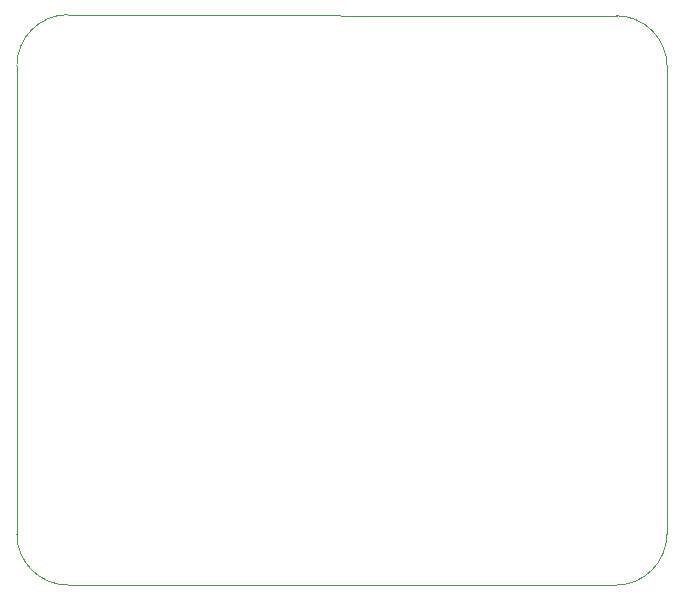
<source format=gbr>
%TF.GenerationSoftware,KiCad,Pcbnew,(7.0.0)*%
%TF.CreationDate,2023-06-11T09:55:09+03:00*%
%TF.ProjectId,C3 pico Breakout PCB,43332070-6963-46f2-9042-7265616b6f75,rev?*%
%TF.SameCoordinates,Original*%
%TF.FileFunction,Profile,NP*%
%FSLAX46Y46*%
G04 Gerber Fmt 4.6, Leading zero omitted, Abs format (unit mm)*
G04 Created by KiCad (PCBNEW (7.0.0)) date 2023-06-11 09:55:09*
%MOMM*%
%LPD*%
G01*
G04 APERTURE LIST*
%TA.AperFunction,Profile*%
%ADD10C,0.100000*%
%TD*%
G04 APERTURE END LIST*
D10*
X124229534Y-105029444D02*
X124229583Y-65365566D01*
X174954444Y-109345454D02*
G75*
G03*
X179260278Y-105025215I-14444J4320254D01*
G01*
X124229546Y-105029444D02*
G75*
G03*
X128549785Y-109335278I4320254J14444D01*
G01*
X128535417Y-61045307D02*
G75*
G03*
X124229583Y-65365566I14483J-4320293D01*
G01*
X179280466Y-65445555D02*
X179260278Y-105025215D01*
X174954444Y-109345466D02*
X128549785Y-109335278D01*
X128535417Y-61045315D02*
X175004583Y-61134684D01*
X179285718Y-65445537D02*
G75*
G03*
X175004583Y-61134686I-4325518J-14463D01*
G01*
M02*

</source>
